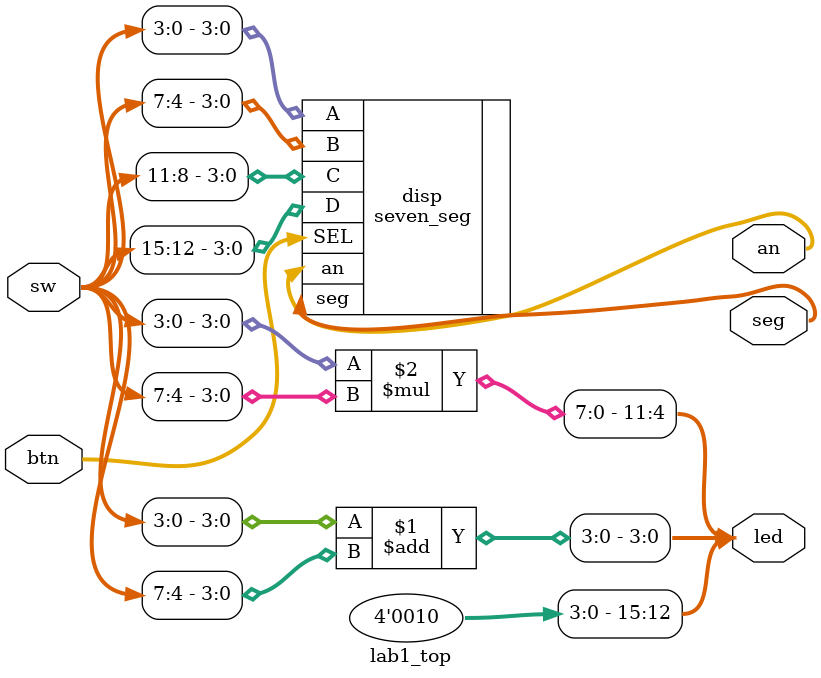
<source format=v>
`timescale 1ns / 1ps


module lab1_top(
    input           [15:0] sw,  // 16 switches (four sets of 4-bit selectors)
    input           [1:0] btn,  // 2 buttons (2-bit selector)
    output  wire    [6:0] seg,  // 7-bit connector
    output  wire    [3:0] an,   // 4-bit connector
    output          [15:0] led  // 16-bit LED output
    );
    
    seven_seg disp (.A(sw[3:0]),    // input A == first four switches
                    .B(sw[7:4]),    // input B == next four switches
                    .C(sw[11:8]),   // input C == next four switches
                    .D(sw[15:12]),  // input D == last four switches
                    .SEL(btn),      // input SEL == two buttons (BTNL, BTNR)
                    .seg(seg),      // output seg:  7 segment display values
                    .an(an));       // output an:   4 anodes
    
    assign led[3:0]   = sw[3:0] + sw[7:4];  // A + B
    assign led[11:4]  = sw[3:0] * sw[7:4];  // A * B
    assign led[15:12] = 4'b0010;            // Last Digit of WPI ID (2)
    
endmodule

</source>
